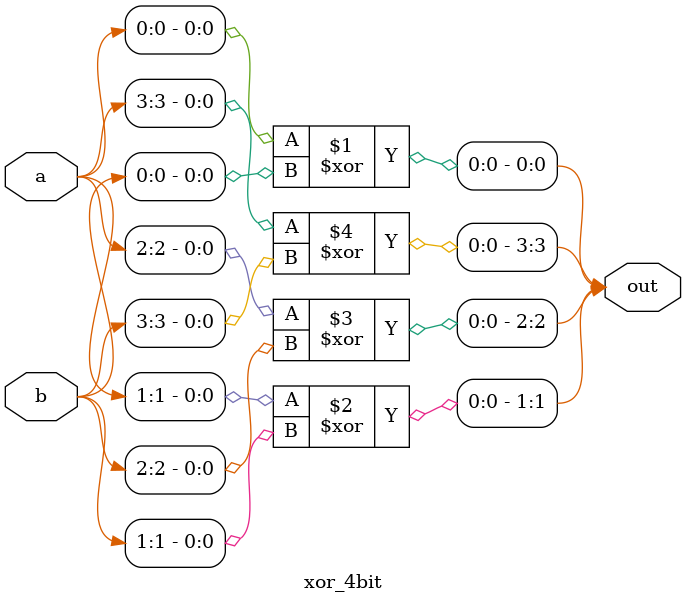
<source format=v>
module xor_4bit(out,a,b);
    input [3:0] a,b;
    output [3:0] out;

    assign out[0] = a[0] ^ b[0];
    assign out[1] = a[1] ^ b[1];
    assign out[2] = a[2] ^ b[2];
    assign out[3] = a[3] ^ b[3];
endmodule
</source>
